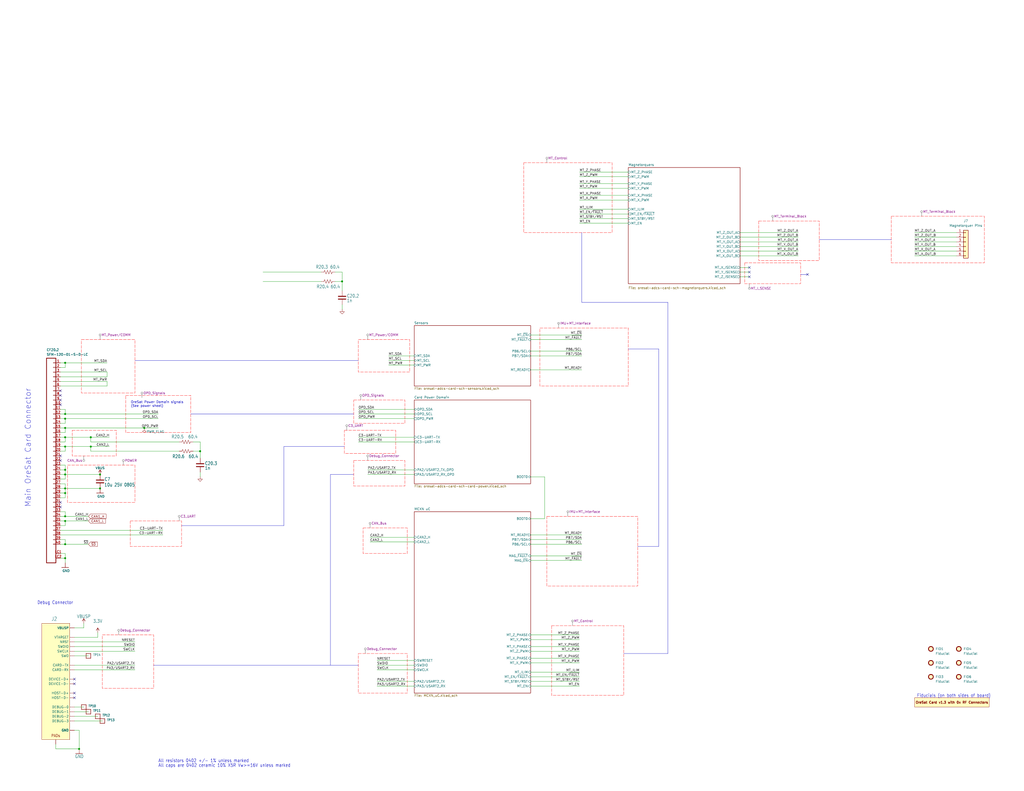
<source format=kicad_sch>
(kicad_sch (version 20250114) (generator "eeschema") (generator_version "9.0")
  (paper "C")
  (title_block (title "OreSat ADCS Card") (date "2023-11-21") (rev "v1.3") (company "Edward Tsoi"))
  (lib_symbols
    (symbol "Connector_Generic:Conn_01x06" (pin_names (offset 1.016) (hide yes))
      (property "Reference" "J" (at 0 7.62 0))
      (property "Value" "Conn_01x06" (at 0 -10.16 0))
      (symbol "Conn_01x06_1_1"
        (rectangle (start -1.27 6.35) (end 1.27 -8.89) (stroke (width 0.254)) (fill (type background)))
        (rectangle (start -1.27 5.207) (end 0 4.953) (stroke (width 0.1524)))
        (rectangle (start -1.27 2.667) (end 0 2.413) (stroke (width 0.1524)))
        (rectangle (start -1.27 0.127) (end 0 -0.127) (stroke (width 0.1524)))
        (rectangle (start -1.27 -2.413) (end 0 -2.667) (stroke (width 0.1524)))
        (rectangle (start -1.27 -4.953) (end 0 -5.207) (stroke (width 0.1524)))
        (rectangle (start -1.27 -7.493) (end 0 -7.747) (stroke (width 0.1524)))
        (pin passive line (at -5.08 5.08 0) (length 3.81) (name "Pin_1") (number "1"))
        (pin passive line (at -5.08 2.54 0) (length 3.81) (name "Pin_2") (number "2"))
        (pin passive line (at -5.08 0 0) (length 3.81) (name "Pin_3") (number "3"))
        (pin passive line (at -5.08 -2.54 0) (length 3.81) (name "Pin_4") (number "4"))
        (pin passive line (at -5.08 -5.08 0) (length 3.81) (name "Pin_5") (number "5"))
        (pin passive line (at -5.08 -7.62 0) (length 3.81) (name "Pin_6") (number "6"))
      )
    )
    (symbol "Device:C" (pin_numbers (hide yes)) (pin_names (offset 0.254))
      (property "Reference" "C" (at 0.635 2.54 0))
      (property "Value" "C" (at 0.635 -2.54 0))
      (symbol "C_0_1"
        (polyline (pts (xy -2.032 0.762) (xy 2.032 0.762)) (stroke (width 0.508)))
        (polyline (pts (xy -2.032 -0.762) (xy 2.032 -0.762)) (stroke (width 0.508)))
      )
      (symbol "C_1_1"
        (pin passive line (at 0 3.81 270) (length 2.794) (name "~") (number "1"))
        (pin passive line (at 0 -3.81 90) (length 2.794) (name "~") (number "2"))
      )
    )
    (symbol "Device:R_US" (pin_numbers (hide yes)) (pin_names (offset 0))
      (property "Reference" "R" (at 2.54 0 90))
      (property "Value" "R_US" (at -2.54 0 90))
      (symbol "R_US_0_1"
        (polyline (pts (xy 0 2.286) (xy 0 2.54)))
        (polyline (pts (xy 0 2.286) (xy 1.016 1.905) (xy 0 1.524) (xy -1.016 1.143) (xy 0 0.762)))
        (polyline (pts (xy 0 0.762) (xy 1.016 0.381) (xy 0 0) (xy -1.016 -0.381) (xy 0 -0.762)))
        (polyline (pts (xy 0 -0.762) (xy 1.016 -1.143) (xy 0 -1.524) (xy -1.016 -1.905) (xy 0 -2.286)))
        (polyline (pts (xy 0 -2.286) (xy 0 -2.54)))
      )
      (symbol "R_US_1_1"
        (pin passive line (at 0 3.81 270) (length 1.27) (name "~") (number "1"))
        (pin passive line (at 0 -3.81 90) (length 1.27) (name "~") (number "2"))
      )
    )
    (symbol "Mechanical:Fiducial"
      (property "Reference" "FID" (at 0 5.08 0))
      (property "Value" "Fiducial" (at 0 3.175 0))
      (symbol "Fiducial_0_1"
        (circle (center 0 0) (radius 1.27) (stroke (width 0.508)) (fill (type background)))
      )
    )
    (symbol "oresat-acs-card-eagle-import:3.3V" (power)
      (property "Value" "3.3V" (at 0 2.794 0))
      (symbol "3.3V_1_0"
        (polyline (pts (xy 0 2.54) (xy -0.762 1.27)) (stroke (width 0.254)))
        (polyline (pts (xy 0.762 1.27) (xy 0 2.54)) (stroke (width 0.254)))
        (pin power_in line (at 0 0 90) (length 2.54) (name "3.3V") (number "1"))
      )
    )
    (symbol "oresat-acs-card-eagle-import:GND" (power)
      (property "Value" "GND" (at -2.54 -2.54 0))
      (symbol "GND_1_0"
        (polyline (pts (xy -1.905 0) (xy 1.905 0)) (stroke (width 0.254)))
        (pin power_in line (at 0 2.54 270) (length 2.54) (name "GND") (number "1"))
      )
    )
    (symbol "oresat-acs-card-eagle-import:TEST-POINT-LARGE-SQUARE"
      (property "Reference" "TP" (at -2.54 2.54 0))
      (symbol "TEST-POINT-LARGE-SQUARE_1_0"
        (polyline (pts (xy -1.27 1.27) (xy 1.27 1.27)) (stroke (width 0.254)))
        (polyline (pts (xy -1.27 -1.27) (xy -1.27 1.27)) (stroke (width 0.254)))
        (polyline (pts (xy 1.27 1.27) (xy 1.27 -1.27)) (stroke (width 0.254)))
        (polyline (pts (xy 1.27 -1.27) (xy -1.27 -1.27)) (stroke (width 0.254)))
        (pin passive line (at 0 0 0) (length 0) (name "1") (number "1"))
      )
    )
    (symbol "oresat-acs-card-eagle-import:VBUS" (power)
      (property "Value" "VBUS" (at 0 0.254 0))
      (symbol "VBUS_1_0"
        (polyline (pts (xy 0 0) (xy -0.762 -1.27)) (stroke (width 0.254)))
        (polyline (pts (xy 0.762 -1.27) (xy 0 0)) (stroke (width 0.254)))
        (pin power_in line (at 0 -2.54 90) (length 2.54) (name "VBUS") (number "1"))
      )
    )
    (symbol "oresat-acs-card-eagle-import:VBUSP" (power)
      (property "Value" "VBUSP" (at 0 2.794 0))
      (symbol "VBUSP_1_0"
        (polyline (pts (xy 0 2.54) (xy -0.762 1.27)) (stroke (width 0.254)))
        (polyline (pts (xy 0.762 1.27) (xy 0 2.54)) (stroke (width 0.254)))
        (pin power_in line (at 0 0 90) (length 2.54) (name "VBUSP") (number "1"))
      )
    )
    (symbol "oresat-connectors:J-SAMTEC-SFM-120-X1-XXX-D" (pin_names (hide yes))
      (property "Reference" "J" (at -15.24 55.88 0))
      (property "Value" "J-SAMTEC-SFM-120-X1-XXX-D" (at 0 53.34 0))
      (symbol "J-SAMTEC-SFM-120-X1-XXX-D_0_1"
        (rectangle (start -2.54 50.8) (end 2.54 -60.96) (stroke (width 0.4)))
        (rectangle (start 2.413 48.387) (end 1.143 48.133) (stroke (width 0.1524)))
        (rectangle (start 2.413 45.847) (end 1.143 45.593) (stroke (width 0.1524)))
        (rectangle (start 2.413 43.307) (end 1.143 43.053) (stroke (width 0.1524)))
        (rectangle (start 2.413 40.767) (end 1.143 40.513) (stroke (width 0.1524)))
        (rectangle (start 2.413 38.227) (end 1.143 37.973) (stroke (width 0.1524)))
        (rectangle (start 2.413 35.687) (end 1.143 35.433) (stroke (width 0.1524)))
        (rectangle (start 2.413 33.147) (end 1.143 32.893) (stroke (width 0.1524)))
        (rectangle (start 2.413 30.607) (end 1.143 30.353) (stroke (width 0.1524)))
        (rectangle (start 2.413 28.067) (end 1.143 27.813) (stroke (width 0.1524)))
        (rectangle (start 2.413 25.527) (end 1.143 25.273) (stroke (width 0.1524)))
        (rectangle (start 2.413 22.987) (end 1.143 22.733) (stroke (width 0.1524)))
        (rectangle (start 2.413 20.447) (end 1.143 20.193) (stroke (width 0.1524)))
        (rectangle (start 2.413 17.907) (end 1.143 17.653) (stroke (width 0.1524)))
        (rectangle (start 2.413 15.367) (end 1.143 15.113) (stroke (width 0.1524)))
        (rectangle (start 2.413 12.827) (end 1.143 12.573) (stroke (width 0.1524)))
        (rectangle (start 2.413 10.287) (end 1.143 10.033) (stroke (width 0.1524)))
        (rectangle (start 2.413 7.747) (end 1.143 7.493) (stroke (width 0.1524)))
        (rectangle (start 2.413 5.207) (end 1.143 4.953) (stroke (width 0.1524)))
        (rectangle (start 2.413 2.667) (end 1.143 2.413) (stroke (width 0.1524)))
        (rectangle (start 2.413 0.127) (end 1.143 -0.127) (stroke (width 0.1524)))
        (rectangle (start 2.413 -2.413) (end 1.143 -2.667) (stroke (width 0.1524)))
        (rectangle (start 2.413 -4.953) (end 1.143 -5.207) (stroke (width 0.1524)))
        (rectangle (start 2.413 -7.493) (end 1.143 -7.747) (stroke (width 0.1524)))
        (rectangle (start 2.413 -10.033) (end 1.143 -10.287) (stroke (width 0.1524)))
        (rectangle (start 2.413 -12.573) (end 1.143 -12.827) (stroke (width 0.1524)))
        (rectangle (start 2.413 -15.113) (end 1.143 -15.367) (stroke (width 0.1524)))
        (rectangle (start 2.413 -17.653) (end 1.143 -17.907) (stroke (width 0.1524)))
        (rectangle (start 2.413 -20.193) (end 1.143 -20.447) (stroke (width 0.1524)))
        (rectangle (start 2.413 -22.733) (end 1.143 -22.987) (stroke (width 0.1524)))
        (rectangle (start 2.413 -25.273) (end 1.143 -25.527) (stroke (width 0.1524)))
        (rectangle (start 2.413 -27.813) (end 1.143 -28.067) (stroke (width 0.1524)))
        (rectangle (start 2.413 -30.353) (end 1.143 -30.607) (stroke (width 0.1524)))
        (rectangle (start 2.413 -32.893) (end 1.143 -33.147) (stroke (width 0.1524)))
        (rectangle (start 2.413 -35.433) (end 1.143 -35.687) (stroke (width 0.1524)))
        (rectangle (start 2.413 -37.973) (end 1.143 -38.227) (stroke (width 0.1524)))
        (rectangle (start 2.413 -40.513) (end 1.143 -40.767) (stroke (width 0.1524)))
        (rectangle (start 2.413 -43.053) (end 1.143 -43.307) (stroke (width 0.1524)))
        (rectangle (start 2.413 -45.593) (end 1.143 -45.847) (stroke (width 0.1524)))
        (rectangle (start 2.413 -48.133) (end 1.143 -48.387) (stroke (width 0.1524)))
        (rectangle (start 2.413 -50.673) (end 1.143 -50.927) (stroke (width 0.1524)))
      )
      (symbol "J-SAMTEC-SFM-120-X1-XXX-D_1_1"
        (pin passive line (at 5.08 48.26 180) (length 2.54) (name "") (number "1"))
        (pin passive line (at 5.08 45.72 180) (length 2.54) (name "") (number "2"))
        (pin passive line (at 5.08 43.18 180) (length 2.54) (name "") (number "3"))
        (pin passive line (at 5.08 40.64 180) (length 2.54) (name "") (number "4"))
        (pin passive line (at 5.08 38.1 180) (length 2.54) (name "") (number "5"))
        (pin passive line (at 5.08 35.56 180) (length 2.54) (name "") (number "6"))
        (pin passive line (at 5.08 33.02 180) (length 2.54) (name "") (number "7"))
        (pin passive line (at 5.08 30.48 180) (length 2.54) (name "") (number "8"))
        (pin passive line (at 5.08 27.94 180) (length 2.54) (name "") (number "9"))
        (pin passive line (at 5.08 25.4 180) (length 2.54) (name "") (number "10"))
        (pin passive line (at 5.08 22.86 180) (length 2.54) (name "") (number "11"))
        (pin passive line (at 5.08 20.32 180) (length 2.54) (name "") (number "12"))
        (pin passive line (at 5.08 17.78 180) (length 2.54) (name "") (number "13"))
        (pin passive line (at 5.08 15.24 180) (length 2.54) (name "") (number "14"))
        (pin passive line (at 5.08 12.7 180) (length 2.54) (name "") (number "15"))
        (pin passive line (at 5.08 10.16 180) (length 2.54) (name "") (number "16"))
        (pin passive line (at 5.08 7.62 180) (length 2.54) (name "") (number "17"))
        (pin passive line (at 5.08 5.08 180) (length 2.54) (name "") (number "18"))
        (pin passive line (at 5.08 2.54 180) (length 2.54) (name "") (number "19"))
        (pin passive line (at 5.08 0 180) (length 2.54) (name "") (number "20"))
        (pin passive line (at 5.08 -2.54 180) (length 2.54) (name "") (number "21"))
        (pin passive line (at 5.08 -5.08 180) (length 2.54) (name "") (number "22"))
        (pin passive line (at 5.08 -7.62 180) (length 2.54) (name "") (number "23"))
        (pin passive line (at 5.08 -10.16 180) (length 2.54) (name "") (number "24"))
        (pin passive line (at 5.08 -12.7 180) (length 2.54) (name "") (number "25"))
        (pin passive line (at 5.08 -15.24 180) (length 2.54) (name "") (number "26"))
        (pin passive line (at 5.08 -17.78 180) (length 2.54) (name "") (number "27"))
        (pin passive line (at 5.08 -20.32 180) (length 2.54) (name "") (number "28"))
        (pin passive line (at 5.08 -22.86 180) (length 2.54) (name "") (number "29"))
        (pin passive line (at 5.08 -25.4 180) (length 2.54) (name "") (number "30"))
        (pin passive line (at 5.08 -27.94 180) (length 2.54) (name "") (number "31"))
        (pin passive line (at 5.08 -30.48 180) (length 2.54) (name "") (number "32"))
        (pin passive line (at 5.08 -33.02 180) (length 2.54) (name "") (number "33"))
        (pin passive line (at 5.08 -35.56 180) (length 2.54) (name "") (number "34"))
        (pin passive line (at 5.08 -38.1 180) (length 2.54) (name "") (number "35"))
        (pin passive line (at 5.08 -40.64 180) (length 2.54) (name "") (number "36"))
        (pin passive line (at 5.08 -43.18 180) (length 2.54) (name "") (number "37"))
        (pin passive line (at 5.08 -45.72 180) (length 2.54) (name "") (number "38"))
        (pin passive line (at 5.08 -48.26 180) (length 2.54) (name "") (number "39"))
        (pin passive line (at 5.08 -50.8 180) (length 2.54) (name "") (number "40"))
        (pin passive line (at 5.08 -55.88 180) (length 2.54) (name "") (number "LC1"))
        (pin passive line (at 5.08 -58.42 180) (length 2.54) (name "") (number "LC2"))
      )
    )
    (symbol "oresat-connectors:J-TE-2-1734592-0"
      (property "Reference" "J" (at 0 35.56 0))
      (property "Value" "2-1734592-0" (at 0 33.02 0))
      (symbol "J-TE-2-1734592-0_0_1"
        (rectangle (start -7.62 30.48) (end 7.62 -33.02) (fill (type background)))
      )
      (symbol "J-TE-2-1734592-0_1_0"
        (text "PADs" (at -2.54 -31.75 0) (effects (font (size 1.524 1.2954)) (justify left bottom)))
        (pin passive line (at 0 -35.56 90) (length 2.54) (name "PAD") (number "PAD1"))
        (pin passive line (at 0 -35.56 90) (length 2.54) (name "PAD") (number "PAD2"))
        (pin passive line (at 10.16 27.94 180) (length 2.54) (name "VBUSP") (number "1"))
        (pin passive line (at 10.16 27.94 180) (length 2.54) (name "VBUSP") (number "2"))
        (pin passive line (at 10.16 22.86 180) (length 2.54) (name "VTARGET") (number "11"))
        (pin passive line (at 10.16 20.32 180) (length 2.54) (name "NRST") (number "10"))
        (pin passive line (at 10.16 17.78 180) (length 2.54) (name "SWDIO") (number "14"))
        (pin passive line (at 10.16 15.24 180) (length 2.54) (name "SWCLK") (number "15"))
        (pin passive line (at 10.16 12.7 180) (length 2.54) (name "SWO") (number "16"))
        (pin passive line (at 10.16 7.62 180) (length 2.54) (name "CARD-TX") (number "13"))
        (pin passive line (at 10.16 5.08 180) (length 2.54) (name "CARD-RX") (number "12"))
        (pin passive line (at 10.16 0 180) (length 2.54) (name "DEVICE-D+") (number "4"))
        (pin passive line (at 10.16 -2.54 180) (length 2.54) (name "DEVICE-D-") (number "5"))
        (pin passive line (at 10.16 -7.62 180) (length 2.54) (name "HOST-D+") (number "7"))
        (pin passive line (at 10.16 -10.16 180) (length 2.54) (name "HOST-D-") (number "8"))
        (pin passive line (at 10.16 -15.24 180) (length 2.54) (name "DEBUG-0") (number "17"))
        (pin passive line (at 10.16 -17.78 180) (length 2.54) (name "DEBUG-1") (number "18"))
        (pin passive line (at 10.16 -20.32 180) (length 2.54) (name "DEBUG-2") (number "19"))
        (pin passive line (at 10.16 -22.86 180) (length 2.54) (name "DEBUG-3") (number "20"))
        (pin passive line (at 10.16 -27.94 180) (length 2.54) (name "GND") (number "3"))
        (pin passive line (at 10.16 -27.94 180) (length 2.54) (name "GND") (number "6"))
        (pin passive line (at 10.16 -27.94 180) (length 2.54) (name "GND") (number "9"))
      )
    )
    (symbol "oresat-pcbs:ORESAT-CARD-V1.3-0RF"
      (symbol "ORESAT-CARD-V1.3-0RF_1_0"
        (rectangle (start -20.32 2.54) (end 20.32 -2.54) (fill (type background)))
        (text "OreSat Card v1.3 with 0x RF Connectors" (at 0 0 0) (effects (font (size 1.27 1.27) (bold yes))))
      )
    )
    (symbol "power:GND" (power) (pin_numbers (hide yes)) (pin_names (offset 0) (hide yes))
      (property "Value" "GND" (at 0 -3.81 0))
      (symbol "GND_0_1"
        (polyline (pts (xy 0 0) (xy 0 -1.27) (xy 1.27 -1.27) (xy 0 -2.54) (xy -1.27 -1.27) (xy 0 -1.27)))
      )
      (symbol "GND_1_1"
        (pin power_in line (at 0 0 270) (length 0) (name "~") (number "1"))
      )
    )
    (symbol "power:PWR_FLAG" (power) (pin_numbers (hide yes)) (pin_names (offset 0) (hide yes))
      (property "Value" "PWR_FLAG" (at 0 3.81 0))
      (symbol "PWR_FLAG_0_0"
        (pin power_out line (at 0 0 90) (length 0) (name "pwr") (number "1"))
      )
      (symbol "PWR_FLAG_0_1"
        (polyline (pts (xy 0 0) (xy 0 1.27) (xy -1.016 1.905) (xy 0 2.54) (xy 1.016 1.905) (xy 0 1.27)))
      )
    )
  )
  (text "Main OreSat Card Connector" (at 17.018 277.114 90) (effects (font (size 3 3)) (justify left bottom)))
  (text "Debug Connector\n" (at 20.32 330.2 0) (effects (font (size 1.778 1.5113)) (justify left bottom)))
  (text "Fiducials (on both sides of board)" (at 500.38 381 0) (effects (font (size 1.778 1.5113)) (justify left bottom)))
  (text "All caps are 0402 ceramic 10% X5R Vw>=16V unless marked" (at 86.36 419.1 0) (effects (font (size 1.778 1.5113)) (justify left bottom)))
  (text "OreSat Power Domain signals\n(See power sheet)" (at 71.374 222.504 0) (effects (font (size 1.27 1.27)) (justify left bottom)))
  (text "All resistors 0402 +/- 1% unless marked" (at 86.36 416.56 0) (effects (font (size 1.778 1.5113)) (justify left bottom)))
  (junction (at 186.69 153.67))
  (junction (at 35.56 256.54) (diameter 0.9144))
  (junction (at 43.18 408.94))
  (junction (at 35.56 243.84))
  (junction (at 35.56 228.6) (diameter 0.9144))
  (junction (at 35.56 284.48) (diameter 0.9144))
  (junction (at 35.56 198.12) (diameter 0.9144))
  (junction (at 78.74 233.68))
  (junction (at 35.56 297.18) (diameter 0.9144))
  (junction (at 54.61 266.7))
  (junction (at 35.56 266.7) (diameter 0.9144))
  (junction (at 35.56 281.94) (diameter 0.9144))
  (junction (at 35.56 226.06) (diameter 0.9144))
  (junction (at 35.56 238.76))
  (junction (at 35.56 304.8))
  (junction (at 54.61 259.08))
  (junction (at 35.56 259.08) (diameter 0.9144))
  (junction (at 49.53 238.76))
  (junction (at 35.56 233.68) (diameter 0.9144))
  (junction (at 35.56 269.24) (diameter 0.9144))
  (junction (at 49.53 243.84))
  (junction (at 109.22 246.38))
  (no_connect (at 33.02 213.36))
  (no_connect (at 408.94 151.13))
  (no_connect (at 40.64 370.84))
  (no_connect (at 33.02 248.92))
  (no_connect (at 440.69 149.86))
  (no_connect (at 33.02 215.9))
  (no_connect (at 33.02 276.86))
  (no_connect (at 40.64 381))
  (no_connect (at 408.94 148.59))
  (no_connect (at 33.02 218.44))
  (no_connect (at 33.02 274.32))
  (no_connect (at 33.02 251.46))
  (no_connect (at 33.02 220.98))
  (no_connect (at 40.64 373.38))
  (no_connect (at 40.64 378.46))
  (no_connect (at 408.94 146.05))
  (wire (pts (xy 182.88 148.59) (xy 186.69 148.59)))
  (wire (pts (xy 33.02 304.8) (xy 35.56 304.8)))
  (wire (pts (xy 226.06 293.37) (xy 201.93 293.37)))
  (wire (pts (xy 35.56 269.24) (xy 35.56 266.7)))
  (wire (pts (xy 289.56 292.1) (xy 317.5 292.1)))
  (wire (pts (xy 35.56 200.66) (xy 35.56 198.12)))
  (wire (pts (xy 33.02 271.78) (xy 35.56 271.78)))
  (wire (pts (xy 316.23 109.22) (xy 342.9 109.22)))
  (wire (pts (xy 33.02 223.52) (xy 35.56 223.52)))
  (wire (pts (xy 58.42 203.2) (xy 58.42 205.74)))
  (wire (pts (xy 33.02 269.24) (xy 35.56 269.24)))
  (wire (pts (xy 195.58 238.76) (xy 226.06 238.76)))
  (wire (pts (xy 48.26 388.62) (xy 40.64 388.62)))
  (wire (pts (xy 289.56 182.88) (xy 317.5 182.88)))
  (wire (pts (xy 186.69 148.59) (xy 186.69 153.67)))
  (wire (pts (xy 33.02 289.56) (xy 88.9 289.56)))
  (wire (pts (xy 33.02 284.48) (xy 35.56 284.48)))
  (wire (pts (xy 499.11 132.08) (xy 521.97 132.08)))
  (wire (pts (xy 316.23 349.25) (xy 289.56 349.25)))
  (wire (pts (xy 33.02 238.76) (xy 35.56 238.76)))
  (wire (pts (xy 499.11 127) (xy 521.97 127)))
  (wire (pts (xy 35.56 279.4) (xy 35.56 281.94)))
  (wire (pts (xy 45.72 342.9) (xy 45.72 340.36)))
  (wire (pts (xy 33.02 259.08) (xy 35.56 259.08)))
  (wire (pts (xy 33.02 302.26) (xy 35.56 302.26)))
  (wire (pts (xy 33.02 241.3) (xy 35.56 241.3)))
  (wire (pts (xy 48.26 358.14) (xy 40.64 358.14)))
  (wire (pts (xy 35.56 228.6) (xy 35.56 231.14)))
  (wire (pts (xy 33.02 294.64) (xy 35.56 294.64)))
  (wire (pts (xy 33.02 254) (xy 35.56 254)))
  (wire (pts (xy 33.02 208.28) (xy 58.42 208.28)))
  (wire (pts (xy 33.02 266.7) (xy 35.56 266.7)))
  (wire (pts (xy 35.56 256.54) (xy 35.56 259.08)))
  (wire (pts (xy 195.58 226.06) (xy 226.06 226.06)))
  (wire (pts (xy 205.74 363.22) (xy 226.06 363.22)))
  (wire (pts (xy 297.18 260.35) (xy 297.18 283.21)))
  (wire (pts (xy 289.56 191.77) (xy 317.5 191.77)))
  (wire (pts (xy 195.58 228.6) (xy 226.06 228.6)))
  (wire (pts (xy 403.86 127) (xy 435.61 127)))
  (polyline (pts (xy 447.04 130.81) (xy 486.41 130.81)))
  (wire (pts (xy 33.02 243.84) (xy 35.56 243.84)))
  (wire (pts (xy 186.69 153.67) (xy 186.69 158.75)))
  (wire (pts (xy 49.53 243.84) (xy 59.69 243.84)))
  (wire (pts (xy 33.02 292.1) (xy 88.9 292.1)))
  (wire (pts (xy 316.23 374.65) (xy 289.56 374.65)))
  (polyline (pts (xy 359.41 298.45) (xy 347.98 298.45)))
  (wire (pts (xy 35.56 287.02) (xy 33.02 287.02)))
  (wire (pts (xy 109.22 246.38) (xy 109.22 250.19)))
  (wire (pts (xy 105.41 241.3) (xy 109.22 241.3)))
  (wire (pts (xy 316.23 367.03) (xy 289.56 367.03)))
  (wire (pts (xy 289.56 306.07) (xy 317.5 306.07)))
  (wire (pts (xy 316.23 353.06) (xy 289.56 353.06)))
  (wire (pts (xy 55.88 393.7) (xy 40.64 393.7)))
  (wire (pts (xy 105.41 246.38) (xy 109.22 246.38)))
  (wire (pts (xy 58.42 208.28) (xy 58.42 210.82)))
  (polyline (pts (xy 317.5 165.1) (xy 364.49 165.1)))
  (wire (pts (xy 33.02 231.14) (xy 35.56 231.14)))
  (wire (pts (xy 143.51 153.67) (xy 175.26 153.67)))
  (wire (pts (xy 205.74 374.65) (xy 226.06 374.65)))
  (wire (pts (xy 49.53 238.76) (xy 49.53 241.3)))
  (polyline (pts (xy 99.06 287.02) (xy 154.94 287.02)))
  (wire (pts (xy 35.56 226.06) (xy 86.36 226.06)))
  (wire (pts (xy 289.56 303.53) (xy 317.5 303.53)))
  (wire (pts (xy 316.23 100.33) (xy 342.9 100.33)))
  (wire (pts (xy 316.23 346.71) (xy 289.56 346.71)))
  (wire (pts (xy 316.23 121.92) (xy 342.9 121.92)))
  (wire (pts (xy 316.23 355.6) (xy 289.56 355.6)))
  (wire (pts (xy 35.56 233.68) (xy 78.74 233.68)))
  (wire (pts (xy 35.56 266.7) (xy 54.61 266.7)))
  (wire (pts (xy 403.86 146.05) (xy 408.94 146.05)))
  (polyline (pts (xy 83.82 363.22) (xy 195.58 363.22)))
  (wire (pts (xy 30.48 408.94) (xy 43.18 408.94)))
  (wire (pts (xy 403.86 129.54) (xy 435.61 129.54)))
  (wire (pts (xy 35.56 238.76) (xy 35.56 241.3)))
  (wire (pts (xy 205.74 372.11) (xy 226.06 372.11)))
  (wire (pts (xy 499.11 134.62) (xy 521.97 134.62)))
  (wire (pts (xy 35.56 294.64) (xy 35.56 297.18)))
  (wire (pts (xy 35.56 228.6) (xy 86.36 228.6)))
  (wire (pts (xy 289.56 260.35) (xy 297.18 260.35)))
  (wire (pts (xy 205.74 365.76) (xy 226.06 365.76)))
  (polyline (pts (xy 180.34 363.22) (xy 180.34 259.08)))
  (wire (pts (xy 316.23 119.38) (xy 342.9 119.38)))
  (wire (pts (xy 212.09 196.85) (xy 226.06 196.85)))
  (wire (pts (xy 316.23 359.41) (xy 289.56 359.41)))
  (polyline (pts (xy 154.94 243.84) (xy 187.96 243.84)))
  (wire (pts (xy 316.23 106.68) (xy 342.9 106.68)))
  (wire (pts (xy 40.64 350.52) (xy 73.66 350.52)))
  (wire (pts (xy 30.48 406.4) (xy 30.48 408.94)))
  (polyline (pts (xy 364.49 356.87) (xy 340.36 356.87)))
  (polyline (pts (xy 364.49 165.1) (xy 364.49 356.87)))
  (wire (pts (xy 186.69 166.37) (xy 186.69 168.91)))
  (wire (pts (xy 316.23 361.95) (xy 289.56 361.95)))
  (wire (pts (xy 499.11 139.7) (xy 521.97 139.7)))
  (wire (pts (xy 289.56 297.18) (xy 317.5 297.18)))
  (wire (pts (xy 212.09 199.39) (xy 226.06 199.39)))
  (wire (pts (xy 33.02 198.12) (xy 35.56 198.12)))
  (polyline (pts (xy 180.34 259.08) (xy 193.04 259.08)))
  (wire (pts (xy 316.23 96.52) (xy 342.9 96.52)))
  (wire (pts (xy 40.64 347.98) (xy 53.34 347.98)))
  (wire (pts (xy 35.56 297.18) (xy 48.26 297.18)))
  (wire (pts (xy 49.53 238.76) (xy 59.69 238.76)))
  (wire (pts (xy 33.02 279.4) (xy 35.56 279.4)))
  (wire (pts (xy 33.02 233.68) (xy 35.56 233.68)))
  (wire (pts (xy 143.51 148.59) (xy 175.26 148.59)))
  (wire (pts (xy 289.56 194.31) (xy 317.5 194.31)))
  (wire (pts (xy 316.23 369.57) (xy 289.56 369.57)))
  (wire (pts (xy 35.56 269.24) (xy 35.56 271.78)))
  (polyline (pts (xy 359.41 190.5) (xy 359.41 298.45)))
  (wire (pts (xy 499.11 137.16) (xy 521.97 137.16)))
  (wire (pts (xy 40.64 398.78) (xy 43.18 398.78)))
  (wire (pts (xy 33.02 205.74) (xy 58.42 205.74)))
  (wire (pts (xy 33.02 228.6) (xy 35.56 228.6)))
  (wire (pts (xy 316.23 114.3) (xy 342.9 114.3)))
  (polyline (pts (xy 195.58 196.85) (xy 73.66 196.85)))
  (wire (pts (xy 205.74 360.68) (xy 226.06 360.68)))
  (wire (pts (xy 33.02 200.66) (xy 35.56 200.66)))
  (wire (pts (xy 35.56 238.76) (xy 49.53 238.76)))
  (wire (pts (xy 35.56 243.84) (xy 35.56 246.38)))
  (polyline (pts (xy 154.94 287.02) (xy 154.94 243.84)))
  (wire (pts (xy 40.64 355.6) (xy 73.66 355.6)))
  (polyline (pts (xy 436.88 149.86) (xy 440.69 149.86)))
  (wire (pts (xy 35.56 233.68) (xy 35.56 236.22)))
  (wire (pts (xy 49.53 246.38) (xy 97.79 246.38)))
  (wire (pts (xy 195.58 223.52) (xy 226.06 223.52)))
  (wire (pts (xy 289.56 201.93) (xy 317.5 201.93)))
  (wire (pts (xy 40.64 342.9) (xy 45.72 342.9)))
  (wire (pts (xy 35.56 302.26) (xy 35.56 304.8)))
  (wire (pts (xy 40.64 386.08) (xy 45.72 386.08)))
  (wire (pts (xy 33.02 203.2) (xy 58.42 203.2)))
  (wire (pts (xy 35.56 256.54) (xy 33.02 256.54)))
  (wire (pts (xy 33.02 264.16) (xy 35.56 264.16)))
  (wire (pts (xy 403.86 132.08) (xy 435.61 132.08)))
  (wire (pts (xy 35.56 284.48) (xy 48.26 284.48)))
  (wire (pts (xy 40.64 353.06) (xy 73.66 353.06)))
  (wire (pts (xy 109.22 257.81) (xy 109.22 260.35)))
  (wire (pts (xy 316.23 102.87) (xy 342.9 102.87)))
  (wire (pts (xy 195.58 241.3) (xy 226.06 241.3)))
  (wire (pts (xy 316.23 372.11) (xy 289.56 372.11)))
  (wire (pts (xy 403.86 151.13) (xy 408.94 151.13)))
  (wire (pts (xy 35.56 223.52) (xy 35.56 226.06)))
  (wire (pts (xy 33.02 210.82) (xy 58.42 210.82)))
  (wire (pts (xy 40.64 391.16) (xy 53.34 391.16)))
  (wire (pts (xy 35.56 259.08) (xy 54.61 259.08)))
  (wire (pts (xy 289.56 294.64) (xy 317.5 294.64)))
  (wire (pts (xy 316.23 116.84) (xy 342.9 116.84)))
  (polyline (pts (xy 317.5 127) (xy 317.5 165.1)))
  (wire (pts (xy 49.53 243.84) (xy 49.53 246.38)))
  (wire (pts (xy 316.23 93.98) (xy 342.9 93.98)))
  (wire (pts (xy 289.56 283.21) (xy 297.18 283.21)))
  (wire (pts (xy 212.09 194.31) (xy 226.06 194.31)))
  (wire (pts (xy 403.86 134.62) (xy 435.61 134.62)))
  (wire (pts (xy 499.11 129.54) (xy 521.97 129.54)))
  (wire (pts (xy 33.02 236.22) (xy 35.56 236.22)))
  (wire (pts (xy 182.88 153.67) (xy 186.69 153.67)))
  (wire (pts (xy 40.64 363.22) (xy 73.66 363.22)))
  (wire (pts (xy 35.56 261.62) (xy 33.02 261.62)))
  (wire (pts (xy 35.56 297.18) (xy 33.02 297.18)))
  (polyline (pts (xy 193.04 226.06) (xy 104.14 226.06)))
  (wire (pts (xy 40.64 365.76) (xy 73.66 365.76)))
  (wire (pts (xy 200.66 256.54) (xy 226.06 256.54)))
  (wire (pts (xy 35.56 243.84) (xy 49.53 243.84)))
  (wire (pts (xy 35.56 198.12) (xy 58.42 198.12)))
  (wire (pts (xy 109.22 241.3) (xy 109.22 246.38)))
  (wire (pts (xy 35.56 246.38) (xy 33.02 246.38)))
  (wire (pts (xy 403.86 148.59) (xy 408.94 148.59)))
  (wire (pts (xy 200.66 259.08) (xy 226.06 259.08)))
  (wire (pts (xy 226.06 295.91) (xy 201.93 295.91)))
  (wire (pts (xy 289.56 185.42) (xy 317.5 185.42)))
  (wire (pts (xy 403.86 139.7) (xy 435.61 139.7)))
  (wire (pts (xy 43.18 398.78) (xy 43.18 408.94)))
  (wire (pts (xy 35.56 284.48) (xy 35.56 287.02)))
  (wire (pts (xy 53.34 347.98) (xy 53.34 345.44)))
  (wire (pts (xy 35.56 254) (xy 35.56 256.54)))
  (wire (pts (xy 403.86 137.16) (xy 435.61 137.16)))
  (wire (pts (xy 35.56 259.08) (xy 35.56 261.62)))
  (wire (pts (xy 35.56 264.16) (xy 35.56 266.7)))
  (polyline (pts (xy 342.9 190.5) (xy 359.41 190.5)))
  (wire (pts (xy 78.74 233.68) (xy 86.36 233.68)))
  (wire (pts (xy 33.02 226.06) (xy 35.56 226.06)))
  (wire (pts (xy 49.53 241.3) (xy 97.79 241.3)))
  (wire (pts (xy 33.02 281.94) (xy 35.56 281.94)))
  (wire (pts (xy 35.56 304.8) (xy 35.56 307.34)))
  (wire (pts (xy 35.56 281.94) (xy 48.26 281.94)))
  (label "MT_EN{slash}~{FAULT}" (at 316.23 369.57 180))
  (label "MT_EN" (at 316.23 374.65 180))
  (label "PB7{slash}SDA" (at 317.5 294.64 180))
  (label "MT_X_PHASE" (at 316.23 359.41 180))
  (label "C3-UART-RX" (at 88.9 292.1 180))
  (label "OPD_PWR" (at 86.36 233.68 180))
  (label "MT_PWR" (at 212.09 199.39 0))
  (label "MT_X_OUT_B" (at 435.61 139.7 180))
  (label "PB6{slash}SCL" (at 317.5 297.18 180))
  (label "MT_X_PWM" (at 316.23 361.95 180))
  (label "MT_Y_OUT_B" (at 435.61 134.62 180))
  (label "MT_ILIM" (at 316.23 367.03 180))
  (label "CAN2_H" (at 59.69 238.76 180))
  (label "MT_Z_PHASE" (at 316.23 93.98 0))
  (label "MT_X_OUT_A" (at 499.11 137.16 0))
  (label "MT_SDA" (at 212.09 194.31 0))
  (label "C3-UART-TX" (at 88.9 289.56 180))
  (label "MT_EN" (at 316.23 121.92 0))
  (label "MT_Y_OUT_A" (at 435.61 132.08 180))
  (label "MT_~{EN}" (at 317.5 303.53 180))
  (label "MT_Z_OUT_B" (at 435.61 129.54 180))
  (label "SWDIO" (at 73.66 353.06 180))
  (label "MT_~{FAULT}" (at 317.5 185.42 180))
  (label "OPD_SDA" (at 86.36 226.06 180))
  (label "MT_Z_PWM" (at 316.23 349.25 180))
  (label "PA2{slash}USART2_TX" (at 73.66 363.22 180))
  (label "PA3{slash}USART2_RX" (at 200.66 259.08 0))
  (label "NRESET" (at 73.66 350.52 180))
  (label "MT_STBY{slash}RST" (at 316.23 119.38 0))
  (label "SWDIO" (at 205.74 363.22 0))
  (label "MT_Z_PHASE" (at 316.23 346.71 180))
  (label "PB6{slash}SCL" (at 317.5 191.77 180))
  (label "MT_~{FAULT}" (at 317.5 306.07 180))
  (label "MT_Z_OUT_A" (at 499.11 127 0))
  (label "MT_Y_PWM" (at 316.23 355.6 180))
  (label "MT_X_OUT_B" (at 499.11 139.7 0))
  (label "CAN2_L" (at 59.69 243.84 180))
  (label "CAN2_H" (at 201.93 293.37 0))
  (label "SWCLK" (at 73.66 355.6 180))
  (label "OPD_SCL" (at 86.36 228.6 180))
  (label "C3-UART-TX" (at 195.58 238.76 0))
  (label "MT_SCL" (at 58.42 203.2 180))
  (label "OPD_SDA" (at 195.58 223.52 0))
  (label "SWCLK" (at 205.74 365.76 0))
  (label "PB7{slash}SDA" (at 317.5 194.31 180))
  (label "MT_Y_OUT_A" (at 499.11 132.08 0))
  (label "MT_SCL" (at 212.09 196.85 0))
  (label "MT_~{EN}" (at 317.5 182.88 180))
  (label "CAN1_H" (at 48.26 281.94 180))
  (label "MT_Z_PWM" (at 316.23 96.52 0))
  (label "CAN2_L" (at 201.93 295.91 0))
  (label "PA2{slash}USART2_TX" (at 205.74 372.11 0))
  (label "MT_X_PWM" (at 316.23 109.22 0))
  (label "MT_X_OUT_A" (at 435.61 137.16 180))
  (label "MT_Y_OUT_B" (at 499.11 134.62 0))
  (label "PA3{slash}USART2_RX" (at 205.74 374.65 0))
  (label "MT_READY" (at 317.5 292.1 180))
  (label "MT_Y_PHASE" (at 316.23 100.33 0))
  (label "~{SD}" (at 48.26 297.18 180))
  (label "MT_X_PHASE" (at 316.23 106.68 0))
  (label "PA3{slash}USART2_RX" (at 73.66 365.76 180))
  (label "OPD_PWR" (at 195.58 228.6 0))
  (label "MT_READY" (at 317.5 201.93 180))
  (label "MT_EN{slash}~{FAULT}" (at 316.23 116.84 0))
  (label "MT_Y_PHASE" (at 316.23 353.06 180))
  (label "MT_Z_OUT_A" (at 435.61 127 180))
  (label "OPD_SCL" (at 195.58 226.06 0))
  (label "MT_Y_PWM" (at 316.23 102.87 0))
  (label "MT_Z_OUT_B" (at 499.11 129.54 0))
  (label "PA2{slash}USART2_TX" (at 200.66 256.54 0))
  (label "MT_SDA" (at 58.42 198.12 180))
  (label "MT_STBY{slash}RST" (at 316.23 372.11 180))
  (label "MT_ILIM" (at 316.23 114.3 0))
  (label "C3-UART-RX" (at 195.58 241.3 0))
  (label "NRESET" (at 205.74 360.68 0))
  (label "CAN1_L" (at 48.26 284.48 180))
  (label "MT_PWR" (at 58.42 208.28 180))
  (global_label "CAN1_L" (shape input) (at 48.26 284.48 0) (property "Intersheetrefs" "${INTERSHEET_REFS}" (at 57.5674 284.4006 0) (effects (justify left))))
  (global_label "CAN1_H" (shape input) (at 48.26 281.94 0) (property "Intersheetrefs" "${INTERSHEET_REFS}" (at 57.8698 281.8606 0) (effects (justify left))))
  (global_label "~{SD}" (shape input) (at 48.26 297.18 0) (property "Intersheetrefs" "${INTERSHEET_REFS}" (at 53.6453 297.18 0) (effects (justify left))))
  (rule_area (polyline (pts (xy 195.58 356.87) (xy 222.25 356.87) (xy 222.25 378.46) (xy 195.58 378.46)) (stroke (width 0) (type dash))))
  (rule_area (polyline (pts (xy 195.58 185.42) (xy 223.52 185.42) (xy 223.52 203.2) (xy 195.58 203.2)) (stroke (width 0) (type dash))))
  (rule_area (polyline (pts (xy 486.41 118.11) (xy 537.21 118.11) (xy 537.21 143.51) (xy 486.41 143.51)) (stroke (width 0) (type dash))))
  (rule_area (polyline (pts (xy 406.4 143.51) (xy 436.88 143.51) (xy 436.88 154.94) (xy 406.4 154.94)) (stroke (width 0) (type dash))))
  (rule_area (polyline (pts (xy 39.37 234.95) (xy 63.5 234.95) (xy 63.5 248.92) (xy 39.37 248.92)) (stroke (width 0) (type dash))))
  (rule_area (polyline (pts (xy 44.45 185.42) (xy 73.66 185.42) (xy 73.66 214.63) (xy 44.45 214.63)) (stroke (width 0) (type dash))))
  (rule_area (polyline (pts (xy 294.64 179.07) (xy 342.9 179.07) (xy 342.9 210.82) (xy 294.64 210.82)) (stroke (width 0) (type dash))))
  (rule_area (polyline (pts (xy 55.88 346.71) (xy 83.82 346.71) (xy 83.82 375.92) (xy 55.88 375.92)) (stroke (width 0) (type dash))))
  (rule_area (polyline (pts (xy 36.83 254) (xy 73.66 254) (xy 73.66 274.32) (xy 36.83 274.32)) (stroke (width 0) (type dash))))
  (rule_area (polyline (pts (xy 71.12 284.48) (xy 99.06 284.48) (xy 99.06 298.45) (xy 71.12 298.45)) (stroke (width 0) (type dash))))
  (rule_area (polyline (pts (xy 198.12 288.29) (xy 222.25 288.29) (xy 222.25 302.26) (xy 198.12 302.26)) (stroke (width 0) (type dash))))
  (rule_area (polyline (pts (xy 298.45 281.94) (xy 347.98 281.94) (xy 347.98 320.04) (xy 298.45 320.04)) (stroke (width 0) (type dash))))
  (rule_area (polyline (pts (xy 187.96 234.95) (xy 215.9 234.95) (xy 215.9 247.65) (xy 187.96 247.65)) (stroke (width 0) (type dash))))
  (rule_area (polyline (pts (xy 300.99 341.63) (xy 340.36 341.63) (xy 340.36 379.73) (xy 300.99 379.73)) (stroke (width 0) (type dash))))
  (rule_area (polyline (pts (xy 193.04 218.44) (xy 220.98 218.44) (xy 220.98 231.14) (xy 193.04 231.14)) (stroke (width 0) (type dash))))
  (rule_area (polyline (pts (xy 414.02 120.65) (xy 447.04 120.65) (xy 447.04 142.24) (xy 414.02 142.24)) (stroke (width 0) (type dash))))
  (rule_area (polyline (pts (xy 285.75 88.9) (xy 334.01 88.9) (xy 334.01 127) (xy 285.75 127)) (stroke (width 0) (type dash))))
  (rule_area (polyline (pts (xy 193.04 251.46) (xy 220.98 251.46) (xy 220.98 265.43) (xy 193.04 265.43)) (stroke (width 0) (type dash))))
  (rule_area (polyline (pts (xy 68.58 215.9) (xy 104.14 215.9) (xy 104.14 236.22) (xy 68.58 236.22)) (stroke (width 0) (type dash))))
  (netclass_flag "" (length 2.54) (shape round) (at 196.85 218.44 0) (property "Netclass" "OPD_Signals" (at 197.5485 215.9 0) (effects (justify left))))
  (netclass_flag "" (length 2.54) (shape round) (at 421.64 120.65 0) (property "Netclass" "MT_Terminal_Block" (at 422.3385 118.11 0) (effects (justify left))))
  (netclass_flag "" (length 2.54) (shape round) (at 45.72 248.92 180) (property "Netclass" "CAN_Bus" (at 44.958 251.46 0) (effects (justify right))))
  (netclass_flag "" (length 2.54) (shape round) (at 200.66 185.42 0) (property "Netclass" "MT_Power/COMM" (at 201.3585 182.88 0) (effects (justify left))))
  (netclass_flag "" (length 2.54) (shape round) (at 312.42 341.63 0) (property "Netclass" "MT_Control" (at 313.1185 339.09 0) (effects (justify left))))
  (netclass_flag "" (length 2.54) (shape round) (at 304.8 179.07 0) (property "Netclass" "IMU+MT_Interface" (at 305.4985 176.53 0) (effects (justify left))))
  (netclass_flag "" (length 2.54) (shape round) (at 189.23 234.95 0) (property "Netclass" "C3_UART" (at 189.992 232.41 0) (effects (justify left))))
  (netclass_flag "" (length 2.54) (shape round) (at 408.94 154.94 180) (property "Netclass" "MT_I_SENSE" (at 409.6385 157.48 0) (effects (justify left))))
  (netclass_flag "" (length 2.54) (shape round) (at 309.88 281.94 0) (property "Netclass" "IMU+MT_Interface" (at 310.5785 279.4 0) (effects (justify left))))
  (netclass_flag "" (length 2.54) (shape round) (at 64.77 346.71 0) (property "Netclass" "Debug_Connector" (at 65.532 344.17 0) (effects (justify left))))
  (netclass_flag "" (length 2.54) (shape round) (at 54.61 185.42 0) (property "Netclass" "MT_Power/COMM" (at 55.3085 182.88 0) (effects (justify left))))
  (netclass_flag "" (length 2.54) (shape round) (at 77.47 217.17 0) (property "Netclass" "OPD_Signals" (at 78.232 214.63 0) (effects (justify left))))
  (netclass_flag "" (length 2.54) (shape round) (at 200.66 251.46 0) (property "Netclass" "Debug_Connector" (at 201.422 248.92 0) (effects (justify left))))
  (netclass_flag "" (length 2.54) (shape round) (at 201.93 288.29 0) (property "Netclass" "CAN_Bus" (at 202.692 285.75 0) (effects (justify left))))
  (netclass_flag "" (length 2.54) (shape round) (at 67.31 254 0) (property "Netclass" "POWER" (at 68.072 251.46 0) (effects (justify left))))
  (netclass_flag "" (length 2.54) (shape round) (at 298.45 88.9 0) (property "Netclass" "MT_Control" (at 299.1485 86.36 0) (effects (justify left))))
  (netclass_flag "" (length 2.54) (shape round) (at 502.92 118.11 0) (property "Netclass" "MT_Terminal_Block" (at 503.6185 115.57 0) (effects (justify left))))
  (netclass_flag "" (length 2.54) (shape round) (at 97.79 284.48 0) (property "Netclass" "C3_UART" (at 98.552 281.94 0) (effects (justify left))))
  (netclass_flag "" (length 2.54) (shape round) (at 199.39 356.87 0) (property "Netclass" "Debug_Connector" (at 200.152 354.33 0) (effects (justify left))))
  (symbol (lib_id "oresat-acs-card-eagle-import:VBUSP") (at 45.72 340.36 0) (unit 1)
    (property "Reference" "#VBUSP03" (effects (hide yes)))
    (property "Value" "VBUSP" (at 45.72 337.566 0) (effects (font (size 1.778 1.5113)) (justify bottom)))
  )
  (symbol (lib_id "Connector_Generic:Conn_01x06") (at 527.05 132.08 0) (unit 1)
    (property "Reference" "J7" (at 527.05 120.65 0))
    (property "Value" "Magnetorquer Pins" (at 527.05 123.19 0))
    (property "Footprint" "oresat-connectors:J-Wurth-691243100006" (effects (hide yes)))
    (property "Description" "6 Position Wire to Board Terminal Block Vertical with Board 0.138\" (3.50mm) Through Hole" (effects (hide yes)))
  )
  (symbol (lib_id "oresat-acs-card-eagle-import:VBUS") (at 54.61 256.54 0) (unit 1)
    (property "Reference" "#VBUS01" (effects (hide yes)))
    (property "Value" "VBUS" (at 54.61 256.286 0) (effects (justify bottom)))
  )
  (symbol (lib_id "Device:R_US") (at 179.07 153.67 270) (unit 1)
    (property "Reference" "R20.4" (at 172.72 157.48 90) (effects (font (size 1.778 1.5113)) (justify left bottom)))
    (property "Value" "60.4" (at 180.34 157.48 90) (effects (font (size 1.778 1.5113)) (justify left bottom)))
    (property "Footprint" "Resistor_SMD:R_1206_3216Metric" (effects (hide yes)))
    (property "Datasheet" "https://www.seielect.com/catalog/SEI-RMCF_RMCP.pdf" (effects (hide yes)))
    (property "Description" "RMCF1206FT60R4" (effects (hide yes)))
    (property "DIS" "DigiKey" (effects (hide yes)))
    (property "DPN" "RMCF1206FT60R4CT-ND" (effects (hide yes)))
    (property "MFR" "Stackpole Electronics Inc" (effects (hide yes)))
    (property "MPN" "RMCF1206FT60R4" (effects (hide yes)))
  )
  (symbol (lib_id "Device:C") (at 186.69 162.56 0) (unit 1)
    (property "Reference" "C20.2" (at 189.23 162.56 0) (effects (font (size 1.778 1.5113)) (justify left bottom)))
    (property "Value" "1n" (at 189.23 165.1 0) (effects (font (size 1.778 1.5113)) (justify left bottom)))
    (property "Footprint" "oresat-passives:0603-C-NOSILK" (effects (hide yes)))
    (property "Datasheet" "https://search.kemet.com/download/datasheet/C0402C102J3GACAUTO" (effects (hide yes)))
    (property "Description" "1 nF (1000 pF) ±5% 50V Ceramic Capacitor C0G, NP0 0603 (1608 Metric)" (effects (hide yes)))
    (property "DIS" "DigiKey" (effects (hide yes)))
    (property "DPN" "399-C0603C102J5GECAUTOCT-ND" (effects (hide yes)))
    (property "MFR" "KEMET" (effects (hide yes)))
    (property "MPN" "C0603C102J5GECAUTO" (effects (hide yes)))
  )
  (symbol (lib_id "Device:C") (at 109.22 254 0) (unit 1)
    (property "Reference" "C20.3" (at 111.76 254 0) (effects (font (size 1.778 1.5113)) (justify left bottom)))
    (property "Value" "1n" (at 111.76 256.54 0) (effects (font (size 1.778 1.5113)) (justify left bottom)))
    (property "Footprint" "oresat-passives:0603-C-NOSILK" (effects (hide yes)))
    (property "Datasheet" "https://search.kemet.com/download/datasheet/C0402C102J3GACAUTO" (effects (hide yes)))
    (property "Description" "1 nF (1000 pF) ±5% 50V Ceramic Capacitor C0G, NP0 0603 (1608 Metric)" (effects (hide yes)))
    (property "DIS" "DigiKey" (effects (hide yes)))
    (property "DPN" "399-C0603C102J5GECAUTOCT-ND" (effects (hide yes)))
    (property "MFR" "KEMET" (effects (hide yes)))
    (property "MPN" "C0603C102J5GECAUTO" (effects (hide yes)))
  )
  (symbol (lib_id "Device:R_US") (at 179.07 148.59 90) (unit 1)
    (property "Reference" "R20.3" (at 179.07 144.78 90) (effects (font (size 1.778 1.5113)) (justify left bottom)))
    (property "Value" "60.4" (at 185.42 144.78 90) (effects (font (size 1.778 1.5113)) (justify left bottom)))
    (property "Footprint" "Resistor_SMD:R_1206_3216Metric" (effects (hide yes)))
    (property "Datasheet" "https://www.seielect.com/catalog/SEI-RMCF_RMCP.pdf" (effects (hide yes)))
    (property "Description" "RMCF1206FT60R4" (effects (hide yes)))
    (property "DIS" "DigiKey" (effects (hide yes)))
    (property "DPN" "RMCF1206FT60R4CT-ND" (effects (hide yes)))
    (property "MFR" "Stackpole Electronics Inc" (effects (hide yes)))
    (property "MPN" "RMCF1206FT60R4" (effects (hide yes)))
  )
  (symbol (lib_id "oresat-acs-card-eagle-import:TEST-POINT-LARGE-SQUARE") (at 48.26 388.62 0) (mirror x) (unit 1)
    (property "Reference" "TP11" (at 50.8 387.35 0) (effects (font (size 1.27 1.0795)) (justify left bottom)))
    (property "Value" "TEST-POINT-LARGE-SQUARE" (effects (hide yes)))
    (property "Footprint" "oresat-acs-card:1X01" (effects (hide yes)))
  )
  (symbol (lib_id "oresat-acs-card-eagle-import:GND") (at 35.56 309.88 0) (mirror y) (unit 1)
    (property "Reference" "#GND03" (effects (hide yes)))
    (property "Value" "GND" (at 38.1 312.42 0) (effects (justify left bottom)))
  )
  (symbol (lib_id "power:PWR_FLAG") (at 78.74 233.68 180) (unit 1)
    (property "Reference" "#FLG0101" (effects (hide yes)))
    (property "Value" "PWR_FLAG" (at 84.836 235.712 0))
  )
  (symbol (lib_id "oresat-acs-card-eagle-import:TEST-POINT-LARGE-SQUARE") (at 53.34 391.16 0) (mirror x) (unit 1)
    (property "Reference" "TP12" (at 55.88 389.89 0) (effects (font (size 1.27 1.0795)) (justify left bottom)))
    (property "Value" "TEST-POINT-LARGE-SQUARE" (effects (hide yes)))
    (property "Footprint" "oresat-acs-card:1X01" (effects (hide yes)))
  )
  (symbol (lib_id "Mechanical:Fiducial") (at 523.24 369.57 0) (unit 1)
    (property "Reference" "FID6" (at 525.78 369.57 0) (effects (justify left)))
    (property "Value" "Fiducial" (at 525.78 372.11 0) (effects (justify left)))
    (property "Footprint" "Fiducial:Fiducial_1mm_Mask2mm" (effects (hide yes)))
  )
  (symbol (lib_id "Device:R_US") (at 101.6 246.38 270) (unit 1)
    (property "Reference" "R20.6" (at 93.98 250.19 90) (effects (font (size 1.778 1.5113)) (justify left bottom)))
    (property "Value" "60.4" (at 102.87 250.19 90) (effects (font (size 1.778 1.5113)) (justify left bottom)))
    (property "Footprint" "Resistor_SMD:R_1206_3216Metric" (effects (hide yes)))
    (property "Datasheet" "https://www.seielect.com/catalog/SEI-RMCF_RMCP.pdf" (effects (hide yes)))
    (property "Description" "RMCF1206FT60R4" (effects (hide yes)))
    (property "DIS" "DigiKey" (effects (hide yes)))
    (property "DPN" "RMCF1206FT60R4CT-ND" (effects (hide yes)))
    (property "MFR" "Stackpole Electronics Inc" (effects (hide yes)))
    (property "MPN" "RMCF1206FT60R4" (effects (hide yes)))
  )
  (symbol (lib_id "oresat-pcbs:ORESAT-CARD-V1.3-0RF") (at 519.43 383.54 0) (unit 1)
    (property "Reference" "PCB1" (effects (hide yes)))
    (property "Value" "ORESAT-CARD-V1.3-GENERIC-0RF" (effects (hide yes)))
    (property "Footprint" "oresat-pcbs:ORESAT-CARD-V1.3-0RF" (effects (hide yes)))
  )
  (symbol (lib_id "Mechanical:Fiducial") (at 508 354.33 0) (unit 1)
    (property "Reference" "FID1" (at 510.54 354.33 0) (effects (justify left)))
    (property "Value" "Fiducial" (at 510.54 356.87 0) (effects (justify left)))
    (property "Footprint" "Fiducial:Fiducial_1mm_Mask2mm" (effects (hide yes)))
  )
  (symbol (lib_id "power:GND") (at 109.22 260.35 0) (unit 1)
    (property "Reference" "#GND05" (effects (hide yes)))
    (property "Value" "GND" (effects (hide yes)))
  )
  (symbol (lib_id "power:GND") (at 186.69 168.91 0) (unit 1)
    (property "Reference" "#GND0117" (effects (hide yes)))
    (property "Value" "GND" (effects (hide yes)))
  )
  (symbol (lib_id "oresat-acs-card-eagle-import:TEST-POINT-LARGE-SQUARE") (at 48.26 358.14 0) (mirror x) (unit 1)
    (property "Reference" "TP14" (at 50.8 356.87 0) (effects (font (size 1.27 1.0795)) (justify left bottom)))
    (property "Value" "TEST-POINT-LARGE-SQUARE" (effects (hide yes)))
    (property "Footprint" "oresat-acs-card:1X01" (effects (hide yes)))
  )
  (symbol (lib_id "oresat-acs-card-eagle-import:3.3V") (at 53.34 345.44 0) (mirror y) (unit 1)
    (property "Reference" "#SUPPLY07" (effects (hide yes)))
    (property "Value" "3.3V" (at 53.34 340.106 0) (effects (font (size 1.778 1.5113)) (justify bottom)))
  )
  (symbol (lib_id "oresat-acs-card-eagle-import:TEST-POINT-LARGE-SQUARE") (at 45.72 386.08 0) (mirror x) (unit 1)
    (property "Reference" "TP10" (at 48.26 384.81 0) (effects (font (size 1.27 1.0795)) (justify left bottom)))
    (property "Value" "TEST-POINT-LARGE-SQUARE" (effects (hide yes)))
    (property "Footprint" "oresat-acs-card:1X01" (effects (hide yes)))
  )
  (symbol (lib_id "Mechanical:Fiducial") (at 523.24 354.33 0) (unit 1)
    (property "Reference" "FID4" (at 525.78 354.33 0) (effects (justify left)))
    (property "Value" "Fiducial" (at 525.78 356.87 0) (effects (justify left)))
    (property "Footprint" "Fiducial:Fiducial_1mm_Mask2mm" (effects (hide yes)))
  )
  (symbol (lib_id "Mechanical:Fiducial") (at 508 361.95 0) (unit 1)
    (property "Reference" "FID2" (at 510.54 361.95 0) (effects (justify left)))
    (property "Value" "Fiducial" (at 510.54 364.49 0) (effects (justify left)))
    (property "Footprint" "Fiducial:Fiducial_1mm_Mask2mm" (effects (hide yes)))
  )
  (symbol (lib_id "oresat-connectors:J-TE-2-1734592-0") (at 30.48 370.84 0) (unit 1)
    (property "Reference" "J2" (at 27.94 339.09 0) (effects (font (size 2.0828 1.7703)) (justify left bottom)))
    (property "Value" "ORESAT-DEBUG-CONNECTOR-SOLAR" (effects (hide yes)))
    (property "Footprint" "oresat-connectors:J-TE-2-1734592-0" (effects (hide yes)))
    (property "Datasheet" "https://www.te.com/usa-en/product-2-1734592-0.datasheet.pdf" (effects (hide yes)))
  )
  (symbol (lib_id "oresat-connectors:J-SAMTEC-SFM-120-X1-XXX-D") (at 27.94 246.38 0) (unit 1)
    (property "Reference" "CF20.2" (at 25.4 191.77 0) (effects (justify left bottom)))
    (property "Value" "SFM-120-01-S-D-LC" (at 25.4 194.31 0) (effects (justify left bottom)))
    (property "Footprint" "oresat-connectors:J-SAMTEC-SFM-120-X1-XXX-D" (effects (hide yes)))
    (property "Datasheet" "https://mm.digikey.com/Volume0/opasdata/d220001/medias/docus/6129/sfm-1xx-xx-xxx-d-xxx-x-xx-mkt.pdf" (effects (hide yes)))
    (property "Description" "40 Position Receptacle Connector 0.050\" (1.27mm) Through Hole Gold" (effects (hide yes)))
    (property "DIS" "DigiKey" (effects (hide yes)))
    (property "DPN" "SAM11706-ND" (effects (hide yes)))
    (property "MFR" "Samtec Inc." (effects (hide yes)))
    (property "MPN" "SFM-120-01-S-D-LC" (effects (hide yes)))
  )
  (symbol (lib_id "oresat-acs-card-eagle-import:GND") (at 43.18 411.48 0) (mirror y) (unit 1)
    (property "Reference" "#GND055" (effects (hide yes)))
    (property "Value" "GND" (at 45.72 414.02 0) (effects (font (size 1.778 1.5113)) (justify left bottom)))
  )
  (symbol (lib_id "Device:C") (at 54.61 262.89 0) (mirror y) (unit 1)
    (property "Reference" "C7" (at 60.198 262.636 0) (effects (font (size 1.778 1.5113)) (justify left bottom)))
    (property "Value" "10u 25V 0805" (at 73.66 265.684 0) (effects (font (size 1.778 1.5113)) (justify left bottom)))
    (property "Footprint" "Capacitor_SMD:C_1206_3216Metric" (effects (hide yes)))
    (property "Datasheet" "https://mm.digikey.com/Volume0/opasdata/d220001/medias/docus/898/TMK316AB7106KLHT_SS.pdf" (effects (hide yes)))
    (property "Description" "10 µF ±10% 25V Ceramic Capacitor X7R 1206 (3216 Metric)" (effects (hide yes)))
    (property "DIS" "DigiKey" (effects (hide yes)))
    (property "DPN" "587-3485-1-ND" (effects (hide yes)))
    (property "MFR" "Taiyo Yuden" (effects (hide yes)))
    (property "MPN" "TMK316AB7106KLHT" (effects (hide yes)))
  )
  (symbol (lib_id "Device:R_US") (at 101.6 241.3 90) (unit 1)
    (property "Reference" "R20.5" (at 100.33 237.49 90) (effects (font (size 1.778 1.5113)) (justify left bottom)))
    (property "Value" "60.4" (at 107.95 237.49 90) (effects (font (size 1.778 1.5113)) (justify left bottom)))
    (property "Footprint" "Resistor_SMD:R_1206_3216Metric" (effects (hide yes)))
    (property "Datasheet" "https://www.seielect.com/catalog/SEI-RMCF_RMCP.pdf" (effects (hide yes)))
    (property "Description" "RMCF1206FT60R4" (effects (hide yes)))
    (property "DIS" "DigiKey" (effects (hide yes)))
    (property "DPN" "RMCF1206FT60R4CT-ND" (effects (hide yes)))
    (property "MFR" "Stackpole Electronics Inc" (effects (hide yes)))
    (property "MPN" "RMCF1206FT60R4" (effects (hide yes)))
  )
  (symbol (lib_id "oresat-acs-card-eagle-import:GND") (at 54.61 269.24 0) (mirror y) (unit 1)
    (property "Reference" "#GND01" (effects (hide yes)))
    (property "Value" "GND" (at 57.15 271.78 0) (effects (justify left bottom)))
  )
  (symbol (lib_id "Mechanical:Fiducial") (at 508 369.57 0) (unit 1)
    (property "Reference" "FID3" (at 510.54 369.57 0) (effects (justify left)))
    (property "Value" "Fiducial" (at 510.54 372.11 0) (effects (justify left)))
    (property "Footprint" "Fiducial:Fiducial_1mm_Mask2mm" (effects (hide yes)))
  )
  (symbol (lib_id "Mechanical:Fiducial") (at 523.24 361.95 0) (unit 1)
    (property "Reference" "FID5" (at 525.78 361.95 0) (effects (justify left)))
    (property "Value" "Fiducial" (at 525.78 364.49 0) (effects (justify left)))
    (property "Footprint" "Fiducial:Fiducial_1mm_Mask2mm" (effects (hide yes)))
  )
  (symbol (lib_id "oresat-acs-card-eagle-import:TEST-POINT-LARGE-SQUARE") (at 55.88 393.7 0) (mirror x) (unit 1)
    (property "Reference" "TP13" (at 58.42 392.43 0) (effects (font (size 1.27 1.0795)) (justify left bottom)))
    (property "Value" "TEST-POINT-LARGE-SQUARE" (effects (hide yes)))
    (property "Footprint" "oresat-acs-card:1X01" (effects (hide yes)))
  )
  (sheet (at 226.06 218.44) (size 63.5 45.72)
    (property "Sheetname" "Card Power Domain" (at 226.06 217.7284 0) (effects (justify left bottom)))
    (property "Sheetfile" "oresat-adcs-card-sch-card-power.kicad_sch" (at 226.06 264.7446 0) (effects (justify left top)))
    (pin "PA2{slash}USART2_TX_OPD" input (at 226.06 256.54 180))
    (pin "PA3{slash}USART2_RX_OPD" output (at 226.06 259.08 180))
    (pin "OPD_SCL" bidirectional (at 226.06 226.06 180))
    (pin "OPD_SDA" bidirectional (at 226.06 223.52 180))
    (pin "OPD_PWR" passive (at 226.06 228.6 180))
    (pin "C3-UART-RX" output (at 226.06 241.3 180))
    (pin "C3-UART-TX" input (at 226.06 238.76 180))
    (pin "BOOT0" bidirectional (at 289.56 260.35 0))
  )
  (sheet (at 226.06 177.8) (size 63.5 33.02)
    (property "Sheetname" "Sensors" (at 226.06 177.0884 0) (effects (justify left bottom)))
    (property "Sheetfile" "oresat-adcs-card-sch-sensors.kicad_sch" (at 226.06 211.4046 0) (effects (justify left top)))
    (pin "PB7{slash}SDA" bidirectional (at 289.56 194.31 0))
    (pin "MT_READY" output (at 289.56 201.93 0))
    (pin "PB6{slash}SCL" bidirectional (at 289.56 191.77 0))
    (pin "MT_PWR" input (at 226.06 199.39 180))
    (pin "MT_~{EN}" input (at 289.56 182.88 0))
    (pin "MT_~{FAULT}" input (at 289.56 185.42 0))
    (pin "MT_SCL" bidirectional (at 226.06 196.85 180))
    (pin "MT_SDA" input (at 226.06 194.31 180))
  )
  (sheet (at 226.06 279.4) (size 63.5 99.06) (stroke (width 0.1524))
    (property "Sheetname" "MCXN uC" (at 226.06 278.6884 0) (effects (justify left bottom)))
    (property "Sheetfile" "MCXN_uC.kicad_sch" (at 226.06 379.0446 0) (effects (justify left top)))
    (pin "SWDIO" input (at 226.06 363.22 180))
    (pin "SWCLK" input (at 226.06 365.76 180))
    (pin "SWRESET" input (at 226.06 360.68 180))
    (pin "PA2{slash}USART2_TX" input (at 226.06 372.11 180))
    (pin "PA3{slash}USART2_RX" input (at 226.06 374.65 180))
    (pin "MT_Y_PHASE" input (at 289.56 353.06 0))
    (pin "MT_Z_PWM" input (at 289.56 355.6 0))
    (pin "MT_Z_PHASE" input (at 289.56 346.71 0))
    (pin "MT_Y_PWM" input (at 289.56 349.25 0))
    (pin "MT_X_PWM" input (at 289.56 361.95 0))
    (pin "MT_X_PHASE" input (at 289.56 359.41 0))
    (pin "MT_EN{slash}~{FAULT}" input (at 289.56 369.57 0))
    (pin "MT_EN" input (at 289.56 374.65 0))
    (pin "MT_STBY{slash}RST" input (at 289.56 372.11 0))
    (pin "MT_ILIM" input (at 289.56 367.03 0))
    (pin "MT_READY" output (at 289.56 292.1 0))
    (pin "MAG_~{EN}" input (at 289.56 306.07 0))
    (pin "PB7{slash}SDA" bidirectional (at 289.56 294.64 0))
    (pin "PB6{slash}SCL" bidirectional (at 289.56 297.18 0))
    (pin "MAG_~{FAULT}" input (at 289.56 303.53 0))
    (pin "BOOT0" bidirectional (at 289.56 283.21 0))
    (pin "CAN2_L" input (at 226.06 295.91 180))
    (pin "CAN2_H" input (at 226.06 293.37 180))
  )
  (sheet (at 342.9 91.44) (size 60.96 63.5) (stroke (width 0.1524))
    (property "Sheetname" "Magnetorquers" (at 342.9 90.7284 0) (effects (justify left bottom)))
    (property "Sheetfile" "oresat-adcs-card-sch-magnetorquers.kicad_sch" (at 342.9 156.464 0) (effects (justify left top)))
    (pin "MT_Y_OUT_B" output (at 403.86 134.62 0))
    (pin "MT_Y_OUT_A" output (at 403.86 132.08 0))
    (pin "MT_Z_OUT_B" output (at 403.86 129.54 0))
    (pin "MT_Z_OUT_A" output (at 403.86 127 0))
    (pin "MT_X_OUT_A" output (at 403.86 137.16 0))
    (pin "MT_X_OUT_B" output (at 403.86 139.7 0))
    (pin "MT_X_ISENSE" output (at 403.86 146.05 0))
    (pin "MT_Y_ISENSE" output (at 403.86 148.59 0))
    (pin "MT_Z_ISENSE" output (at 403.86 151.13 0))
    (pin "MT_Z_PHASE" input (at 342.9 93.98 180))
    (pin "MT_Z_PWM" input (at 342.9 96.52 180))
    (pin "MT_EN{slash}~{FAULT}" output (at 342.9 116.84 180))
    (pin "MT_Y_PHASE" input (at 342.9 100.33 180))
    (pin "MT_Y_PWM" input (at 342.9 102.87 180))
    (pin "MT_X_PHASE" input (at 342.9 106.68 180))
    (pin "MT_X_PWM" input (at 342.9 109.22 180))
    (pin "MT_STBY{slash}RST" input (at 342.9 119.38 180))
    (pin "MT_ILIM" input (at 342.9 114.3 180))
    (pin "MT_EN" input (at 342.9 121.92 180))
  )
)
</source>
